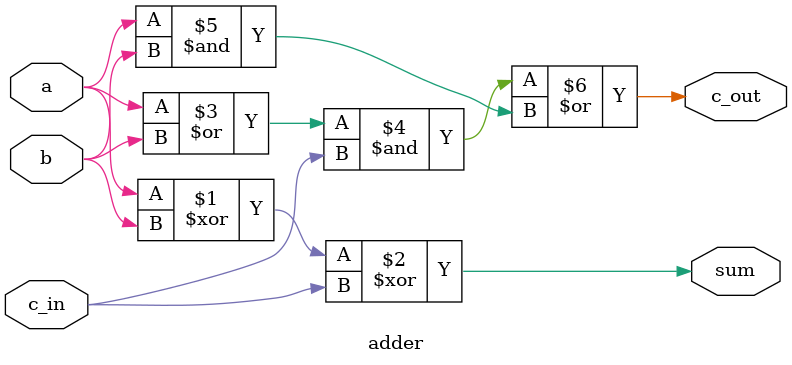
<source format=v>
/* only combinational ckt
 * Not syncronous 
 */
module adder (
input wire a,
input wire b,
input wire c_in,
output  sum,
output  c_out
);
assign sum = a^b^c_in ;
assign c_out = (a|b)&c_in | (a&b) ;
endmodule

</source>
